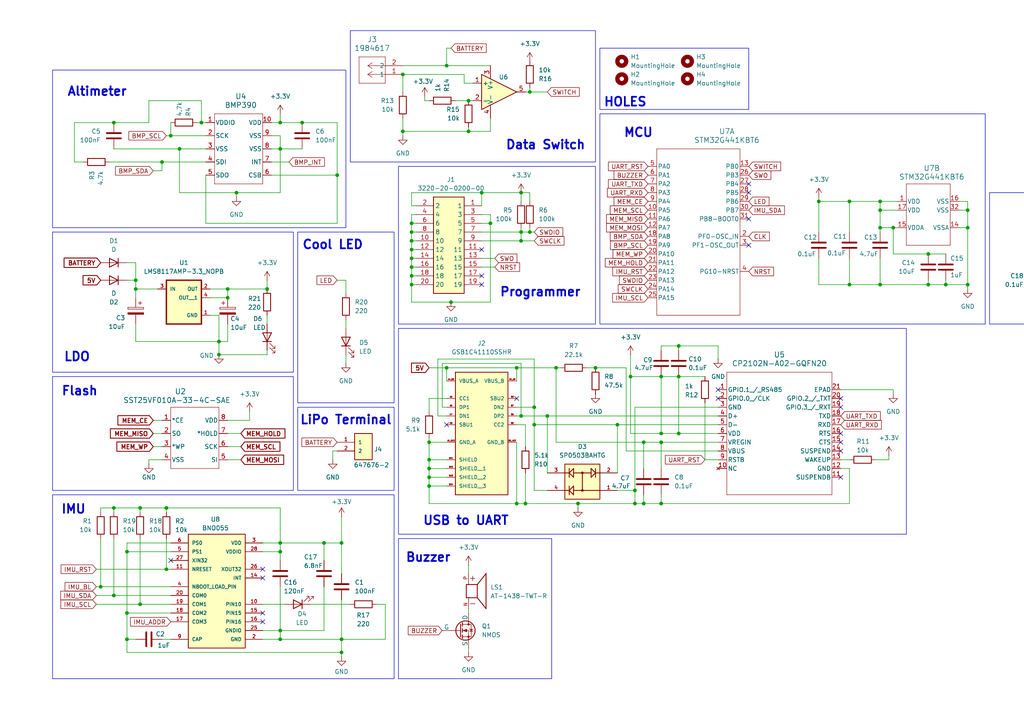
<source format=kicad_sch>
(kicad_sch (version 20250114) (generator "eeschema") (generator_version "9.0")
  (paper "A4")
  (rectangle (start 173.99 33.02) (end 285.75 93.98))
  (rectangle (start 15.24 67.31) (end 85.09 107.95))
  (rectangle (start 15.24 143.51) (end 114.3 196.85))
  (rectangle (start 101.6 8.89) (end 172.72 46.99))
  (rectangle (start 173.99 13.97) (end 217.17 31.75))
  (rectangle (start 115.57 95.25) (end 262.89 154.94))
  (rectangle (start 15.24 109.22) (end 85.09 142.24))
  (rectangle (start 287.02 55.88) (end 335.28 93.98))
  (rectangle (start 115.57 48.26) (end 172.72 93.98))
  (rectangle (start 86.36 67.31) (end 114.3 116.84))
  (rectangle (start 86.36 118.11) (end 114.3 142.24))
  (rectangle (start 115.57 156.21) (end 160.02 196.85))
  (rectangle (start 15.24 20.32) (end 100.33 66.04))
  (text "Clock\n" (at 327.406 59.69 0) (effects (font (size 2.54 2.54) (thickness 0.508) (bold yes))))
  (text "Programmer\n" (at 156.718 84.836 0) (effects (font (size 2.54 2.54) (thickness 0.508) (bold yes))))
  (text "Altimeter" (at 28.194 26.67 0) (effects (font (size 2.54 2.54) (thickness 0.508) (bold yes))))
  (text "Cool LED\n" (at 96.52 71.12 0) (effects (font (size 2.54 2.54) (thickness 0.508) (bold yes))))
  (text "Buzzer\n" (at 124.206 161.798 0) (effects (font (size 2.54 2.54) (thickness 0.508) (bold yes))))
  (text "LiPo Terminal\n" (at 100.33 121.92 0) (effects (font (size 2.54 2.54) (thickness 0.508) (bold yes))))
  (text "Flash" (at 23.114 113.538 0) (effects (font (size 2.54 2.54) (thickness 0.508) (bold yes))))
  (text "Data Switch\n" (at 158.242 42.164 0) (effects (font (size 2.54 2.54) (thickness 0.508) (bold yes))))
  (text "USB to UART\n" (at 135.128 151.13 0) (effects (font (size 2.54 2.54) (thickness 0.508) (bold yes))))
  (text "HOLES\n" (at 181.356 29.718 0) (effects (font (size 2.54 2.54) (thickness 0.508) (bold yes))))
  (text "IMU" (at 21.336 147.828 0) (effects (font (size 2.54 2.54) (thickness 0.508) (bold yes))))
  (text "MCU\n" (at 185.166 38.608 0) (effects (font (size 2.54 2.54) (thickness 0.508) (bold yes))))
  (text "LDO" (at 22.352 103.632 0) (effects (font (size 2.54 2.54) (thickness 0.508) (bold yes))))
  (junction (at 46.99 46.99))
  (junction (at 40.64 147.32))
  (junction (at 153.67 67.31))
  (junction (at 99.06 185.42))
  (junction (at 237.49 58.42))
  (junction (at 49.53 39.37))
  (junction (at 167.64 146.05))
  (junction (at 124.46 135.89))
  (junction (at 29.21 170.18))
  (junction (at 139.7 55.88))
  (junction (at 246.38 58.42))
  (junction (at 259.08 66.04))
  (junction (at 184.15 146.05))
  (junction (at 191.77 109.22))
  (junction (at 119.38 69.85))
  (junction (at 124.46 128.27))
  (junction (at 152.4 146.05))
  (junction (at 99.06 157.48))
  (junction (at 196.85 109.22))
  (junction (at 66.04 83.82))
  (junction (at 119.38 77.47))
  (junction (at 119.38 72.39))
  (junction (at 255.27 82.55))
  (junction (at 36.83 177.8))
  (junction (at 39.37 81.28))
  (junction (at 99.06 189.23))
  (junction (at 40.64 175.26))
  (junction (at 149.86 146.05))
  (junction (at 124.46 138.43))
  (junction (at 135.89 38.1))
  (junction (at 186.69 146.05))
  (junction (at 149.86 106.68))
  (junction (at 161.29 106.68))
  (junction (at 124.46 140.97))
  (junction (at 311.15 85.09))
  (junction (at 81.28 185.42))
  (junction (at 184.15 142.24))
  (junction (at 191.77 146.05))
  (junction (at 116.84 38.1))
  (junction (at 66.04 86.36))
  (junction (at 81.28 157.48))
  (junction (at 142.24 64.77))
  (junction (at 36.83 185.42))
  (junction (at 246.38 82.55))
  (junction (at 68.58 55.88))
  (junction (at 255.27 66.04))
  (junction (at 299.72 77.47))
  (junction (at 269.24 73.66))
  (junction (at 81.28 43.18))
  (junction (at 119.38 64.77))
  (junction (at 87.63 35.56))
  (junction (at 158.75 120.65))
  (junction (at 52.07 43.18))
  (junction (at 116.84 21.59))
  (junction (at 39.37 83.82))
  (junction (at 186.69 128.27))
  (junction (at 93.98 157.48))
  (junction (at 130.81 87.63))
  (junction (at 151.13 120.65))
  (junction (at 81.28 35.56))
  (junction (at 280.67 66.04))
  (junction (at 63.5 102.87))
  (junction (at 33.02 172.72))
  (junction (at 191.77 125.73))
  (junction (at 81.28 182.88))
  (junction (at 135.89 29.21))
  (junction (at 119.38 67.31))
  (junction (at 151.13 67.31))
  (junction (at 63.5 99.06))
  (junction (at 182.88 109.22))
  (junction (at 97.79 50.8))
  (junction (at 255.27 58.42))
  (junction (at 179.07 123.19))
  (junction (at 129.54 106.68))
  (junction (at 124.46 133.35))
  (junction (at 280.67 82.55))
  (junction (at 119.38 82.55))
  (junction (at 269.24 82.55))
  (junction (at 196.85 125.73))
  (junction (at 119.38 80.01))
  (junction (at 77.47 83.82))
  (junction (at 36.83 160.02))
  (junction (at 119.38 74.93))
  (junction (at 151.13 55.88))
  (junction (at 299.72 66.04))
  (junction (at 33.02 147.32))
  (junction (at 154.94 123.19))
  (junction (at 274.32 82.55))
  (junction (at 154.94 118.11))
  (junction (at 153.67 26.67))
  (junction (at 280.67 60.96))
  (junction (at 48.26 165.1))
  (junction (at 33.02 35.56))
  (junction (at 255.27 60.96))
  (junction (at 58.42 35.56))
  (junction (at 81.28 160.02))
  (junction (at 196.85 100.33))
  (junction (at 151.13 69.85))
  (junction (at 191.77 128.27))
  (junction (at 48.26 147.32))
  (junction (at 172.72 106.68))
  (junction (at 129.54 19.05))
  (no_connect (at 139.7 82.55))
  (no_connect (at 243.84 118.11))
  (no_connect (at 217.17 63.5))
  (no_connect (at 208.28 115.57))
  (no_connect (at 217.17 71.12))
  (no_connect (at 149.86 115.57))
  (no_connect (at 243.84 115.57))
  (no_connect (at 243.84 138.43))
  (no_connect (at 243.84 125.73))
  (no_connect (at 243.84 128.27))
  (no_connect (at 139.7 72.39))
  (no_connect (at 139.7 80.01))
  (no_connect (at 217.17 53.34))
  (no_connect (at 76.2 167.64))
  (no_connect (at 129.54 123.19))
  (no_connect (at 76.2 165.1))
  (no_connect (at 76.2 180.34))
  (no_connect (at 243.84 130.81))
  (no_connect (at 76.2 177.8))
  (no_connect (at 208.28 113.03))
  (no_connect (at 217.17 55.88))
  (no_connect (at 49.53 162.56))
  (wire (pts (xy 151.13 55.88) (xy 151.13 58.42)))
  (wire (pts (xy 76.2 175.26) (xy 82.55 175.26)))
  (wire (pts (xy 81.28 160.02) (xy 76.2 160.02)))
  (wire (pts (xy 119.38 67.31) (xy 119.38 69.85)))
  (wire (pts (xy 39.37 81.28) (xy 39.37 83.82)))
  (wire (pts (xy 132.08 29.21) (xy 135.89 29.21)))
  (wire (pts (xy 153.67 58.42) (xy 153.67 55.88)))
  (wire (pts (xy 68.58 57.15) (xy 68.58 55.88)))
  (wire (pts (xy 255.27 66.04) (xy 259.08 66.04)))
  (wire (pts (xy 99.06 157.48) (xy 99.06 166.37)))
  (wire (pts (xy 81.28 182.88) (xy 81.28 185.42)))
  (wire (pts (xy 128.27 118.11) (xy 128.27 105.41)))
  (wire (pts (xy 33.02 172.72) (xy 49.53 172.72)))
  (wire (pts (xy 278.13 66.04) (xy 280.67 66.04)))
  (wire (pts (xy 196.85 109.22) (xy 204.47 109.22)))
  (wire (pts (xy 182.88 109.22) (xy 191.77 109.22)))
  (wire (pts (xy 66.04 99.06) (xy 66.04 93.98)))
  (wire (pts (xy 29.21 147.32) (xy 33.02 147.32)))
  (wire (pts (xy 154.94 123.19) (xy 154.94 118.11)))
  (wire (pts (xy 124.46 146.05) (xy 149.86 146.05)))
  (wire (pts (xy 27.94 172.72) (xy 33.02 172.72)))
  (wire (pts (xy 81.28 43.18) (xy 87.63 43.18)))
  (wire (pts (xy 46.99 49.53) (xy 46.99 46.99)))
  (wire (pts (xy 60.96 83.82) (xy 66.04 83.82)))
  (wire (pts (xy 119.38 64.77) (xy 119.38 67.31)))
  (wire (pts (xy 153.67 67.31) (xy 154.94 67.31)))
  (wire (pts (xy 322.58 74.93) (xy 320.04 74.93)))
  (wire (pts (xy 29.21 148.59) (xy 29.21 147.32)))
  (wire (pts (xy 257.81 133.35) (xy 257.81 132.08)))
  (wire (pts (xy 119.38 64.77) (xy 120.65 64.77)))
  (wire (pts (xy 49.53 157.48) (xy 36.83 157.48)))
  (wire (pts (xy 161.29 128.27) (xy 186.69 128.27)))
  (wire (pts (xy 66.04 125.73) (xy 69.85 125.73)))
  (wire (pts (xy 124.46 135.89) (xy 129.54 135.89)))
  (wire (pts (xy 116.84 21.59) (xy 116.84 26.67)))
  (wire (pts (xy 243.84 133.35) (xy 246.38 133.35)))
  (wire (pts (xy 280.67 82.55) (xy 280.67 83.82)))
  (wire (pts (xy 158.75 120.65) (xy 208.28 120.65)))
  (wire (pts (xy 119.38 87.63) (xy 130.81 87.63)))
  (wire (pts (xy 280.67 66.04) (xy 280.67 82.55)))
  (wire (pts (xy 119.38 80.01) (xy 120.65 80.01)))
  (wire (pts (xy 40.64 147.32) (xy 40.64 148.59)))
  (wire (pts (xy 269.24 82.55) (xy 274.32 82.55)))
  (wire (pts (xy 99.06 185.42) (xy 99.06 189.23)))
  (wire (pts (xy 93.98 170.18) (xy 93.98 182.88)))
  (wire (pts (xy 184.15 142.24) (xy 184.15 146.05)))
  (wire (pts (xy 66.04 121.92) (xy 72.39 121.92)))
  (wire (pts (xy 124.46 133.35) (xy 129.54 133.35)))
  (wire (pts (xy 129.54 19.05) (xy 129.54 13.97)))
  (wire (pts (xy 49.53 35.56) (xy 49.53 39.37)))
  (wire (pts (xy 139.7 67.31) (xy 151.13 67.31)))
  (wire (pts (xy 124.46 127) (xy 124.46 128.27)))
  (wire (pts (xy 81.28 157.48) (xy 81.28 160.02)))
  (wire (pts (xy 119.38 69.85) (xy 120.65 69.85)))
  (wire (pts (xy 60.96 91.44) (xy 63.5 91.44)))
  (wire (pts (xy 40.64 175.26) (xy 49.53 175.26)))
  (wire (pts (xy 81.28 162.56) (xy 81.28 160.02)))
  (wire (pts (xy 48.26 165.1) (xy 49.53 165.1)))
  (wire (pts (xy 237.49 58.42) (xy 237.49 67.31)))
  (wire (pts (xy 134.62 24.13) (xy 137.16 24.13)))
  (wire (pts (xy 278.13 60.96) (xy 280.67 60.96)))
  (wire (pts (xy 259.08 66.04) (xy 260.35 66.04)))
  (wire (pts (xy 149.86 118.11) (xy 154.94 118.11)))
  (wire (pts (xy 116.84 19.05) (xy 129.54 19.05)))
  (wire (pts (xy 158.75 142.24) (xy 154.94 142.24)))
  (wire (pts (xy 119.38 72.39) (xy 120.65 72.39)))
  (wire (pts (xy 27.94 165.1) (xy 48.26 165.1)))
  (wire (pts (xy 52.07 55.88) (xy 68.58 55.88)))
  (wire (pts (xy 76.2 182.88) (xy 81.28 182.88)))
  (wire (pts (xy 134.62 21.59) (xy 116.84 21.59)))
  (wire (pts (xy 99.06 190.5) (xy 99.06 189.23)))
  (wire (pts (xy 63.5 91.44) (xy 63.5 99.06)))
  (wire (pts (xy 52.07 43.18) (xy 59.69 43.18)))
  (wire (pts (xy 139.7 69.85) (xy 151.13 69.85)))
  (wire (pts (xy 151.13 120.65) (xy 149.86 120.65)))
  (wire (pts (xy 40.64 147.32) (xy 48.26 147.32)))
  (wire (pts (xy 39.37 83.82) (xy 45.72 83.82)))
  (wire (pts (xy 27.94 175.26) (xy 40.64 175.26)))
  (wire (pts (xy 135.89 38.1) (xy 142.24 38.1)))
  (wire (pts (xy 142.24 62.23) (xy 142.24 64.77)))
  (wire (pts (xy 299.72 77.47) (xy 302.26 77.47)))
  (wire (pts (xy 149.86 106.68) (xy 149.86 110.49)))
  (wire (pts (xy 161.29 106.68) (xy 161.29 128.27)))
  (wire (pts (xy 99.06 173.99) (xy 99.06 185.42)))
  (wire (pts (xy 81.28 157.48) (xy 93.98 157.48)))
  (wire (pts (xy 127 120.65) (xy 129.54 120.65)))
  (wire (pts (xy 81.28 35.56) (xy 81.28 33.02)))
  (wire (pts (xy 172.72 106.68) (xy 181.61 106.68)))
  (wire (pts (xy 63.5 102.87) (xy 63.5 99.06)))
  (wire (pts (xy 135.89 187.96) (xy 135.89 189.23)))
  (wire (pts (xy 129.54 106.68) (xy 149.86 106.68)))
  (wire (pts (xy 152.4 123.19) (xy 152.4 129.54)))
  (wire (pts (xy 100.33 102.87) (xy 100.33 105.41)))
  (wire (pts (xy 48.26 39.37) (xy 49.53 39.37)))
  (wire (pts (xy 139.7 62.23) (xy 142.24 62.23)))
  (wire (pts (xy 255.27 58.42) (xy 260.35 58.42)))
  (wire (pts (xy 33.02 147.32) (xy 40.64 147.32)))
  (wire (pts (xy 48.26 147.32) (xy 48.26 148.59)))
  (wire (pts (xy 204.47 133.35) (xy 208.28 133.35)))
  (wire (pts (xy 68.58 55.88) (xy 81.28 55.88)))
  (wire (pts (xy 81.28 185.42) (xy 99.06 185.42)))
  (wire (pts (xy 191.77 109.22) (xy 191.77 125.73)))
  (wire (pts (xy 135.89 163.83) (xy 135.89 166.37)))
  (wire (pts (xy 36.83 177.8) (xy 49.53 177.8)))
  (wire (pts (xy 237.49 58.42) (xy 246.38 58.42)))
  (wire (pts (xy 154.94 104.14) (xy 154.94 118.11)))
  (wire (pts (xy 184.15 118.11) (xy 208.28 118.11)))
  (wire (pts (xy 135.89 29.21) (xy 137.16 29.21)))
  (wire (pts (xy 181.61 130.81) (xy 208.28 130.81)))
  (wire (pts (xy 299.72 66.04) (xy 299.72 77.47)))
  (wire (pts (xy 59.69 64.77) (xy 97.79 64.77)))
  (wire (pts (xy 100.33 81.28) (xy 100.33 85.09)))
  (wire (pts (xy 119.38 59.69) (xy 119.38 55.88)))
  (wire (pts (xy 119.38 74.93) (xy 119.38 77.47)))
  (wire (pts (xy 139.7 74.93) (xy 143.51 74.93)))
  (wire (pts (xy 191.77 125.73) (xy 196.85 125.73)))
  (wire (pts (xy 119.38 62.23) (xy 119.38 64.77)))
  (wire (pts (xy 81.28 39.37) (xy 78.74 39.37)))
  (wire (pts (xy 204.47 116.84) (xy 204.47 133.35)))
  (wire (pts (xy 196.85 125.73) (xy 208.28 125.73)))
  (wire (pts (xy 129.54 118.11) (xy 128.27 118.11)))
  (wire (pts (xy 254 133.35) (xy 257.81 133.35)))
  (wire (pts (xy 142.24 64.77) (xy 139.7 64.77)))
  (wire (pts (xy 100.33 92.71) (xy 100.33 95.25)))
  (wire (pts (xy 269.24 73.66) (xy 259.08 73.66)))
  (wire (pts (xy 186.69 128.27) (xy 186.69 135.89)))
  (wire (pts (xy 97.79 64.77) (xy 97.79 50.8)))
  (wire (pts (xy 153.67 26.67) (xy 158.75 26.67)))
  (wire (pts (xy 119.38 69.85) (xy 119.38 72.39)))
  (wire (pts (xy 129.54 110.49) (xy 129.54 106.68)))
  (wire (pts (xy 135.89 36.83) (xy 135.89 38.1)))
  (wire (pts (xy 129.54 13.97) (xy 130.81 13.97)))
  (wire (pts (xy 167.64 146.05) (xy 167.64 147.32)))
  (wire (pts (xy 158.75 120.65) (xy 158.75 137.16)))
  (wire (pts (xy 208.28 100.33) (xy 208.28 104.14)))
  (wire (pts (xy 116.84 38.1) (xy 135.89 38.1)))
  (wire (pts (xy 96.52 130.81) (xy 97.79 130.81)))
  (wire (pts (xy 24.13 46.99) (xy 21.59 46.99)))
  (wire (pts (xy 135.89 177.8) (xy 135.89 176.53)))
  (wire (pts (xy 237.49 57.15) (xy 237.49 58.42)))
  (wire (pts (xy 179.07 123.19) (xy 208.28 123.19)))
  (wire (pts (xy 83.82 46.99) (xy 78.74 46.99)))
  (wire (pts (xy 274.32 82.55) (xy 280.67 82.55)))
  (wire (pts (xy 255.27 60.96) (xy 255.27 66.04)))
  (wire (pts (xy 81.28 35.56) (xy 87.63 35.56)))
  (wire (pts (xy 81.28 39.37) (xy 81.28 43.18)))
  (wire (pts (xy 255.27 58.42) (xy 255.27 60.96)))
  (wire (pts (xy 78.74 50.8) (xy 97.79 50.8)))
  (wire (pts (xy 49.53 39.37) (xy 59.69 39.37)))
  (wire (pts (xy 151.13 69.85) (xy 154.94 69.85)))
  (wire (pts (xy 77.47 83.82) (xy 66.04 83.82)))
  (wire (pts (xy 186.69 146.05) (xy 191.77 146.05)))
  (wire (pts (xy 97.79 50.8) (xy 97.79 35.56)))
  (wire (pts (xy 81.28 147.32) (xy 81.28 157.48)))
  (wire (pts (xy 44.45 125.73) (xy 46.99 125.73)))
  (wire (pts (xy 31.75 46.99) (xy 46.99 46.99)))
  (wire (pts (xy 149.86 146.05) (xy 152.4 146.05)))
  (wire (pts (xy 39.37 99.06) (xy 39.37 93.98)))
  (wire (pts (xy 39.37 76.2) (xy 39.37 81.28)))
  (wire (pts (xy 322.58 66.04) (xy 322.58 74.93)))
  (wire (pts (xy 182.88 109.22) (xy 182.88 125.73)))
  (wire (pts (xy 274.32 73.66) (xy 269.24 73.66)))
  (wire (pts (xy 36.83 189.23) (xy 99.06 189.23)))
  (wire (pts (xy 130.81 87.63) (xy 142.24 87.63)))
  (wire (pts (xy 99.06 149.86) (xy 99.06 157.48)))
  (wire (pts (xy 119.38 67.31) (xy 120.65 67.31)))
  (wire (pts (xy 139.7 55.88) (xy 151.13 55.88)))
  (wire (pts (xy 60.96 86.36) (xy 66.04 86.36)))
  (wire (pts (xy 21.59 35.56) (xy 33.02 35.56)))
  (wire (pts (xy 153.67 66.04) (xy 153.67 67.31)))
  (wire (pts (xy 124.46 140.97) (xy 124.46 146.05)))
  (wire (pts (xy 255.27 82.55) (xy 269.24 82.55)))
  (wire (pts (xy 184.15 118.11) (xy 184.15 142.24)))
  (wire (pts (xy 149.86 123.19) (xy 152.4 123.19)))
  (wire (pts (xy 152.4 26.67) (xy 153.67 26.67)))
  (wire (pts (xy 153.67 25.4) (xy 153.67 26.67)))
  (wire (pts (xy 97.79 81.28) (xy 100.33 81.28)))
  (wire (pts (xy 129.54 19.05) (xy 142.24 19.05)))
  (wire (pts (xy 246.38 82.55) (xy 255.27 82.55)))
  (wire (pts (xy 191.77 143.51) (xy 191.77 146.05)))
  (wire (pts (xy 186.69 143.51) (xy 186.69 146.05)))
  (wire (pts (xy 119.38 59.69) (xy 120.65 59.69)))
  (wire (pts (xy 66.04 86.36) (xy 66.04 83.82)))
  (wire (pts (xy 246.38 74.93) (xy 246.38 82.55)))
  (wire (pts (xy 43.18 35.56) (xy 33.02 35.56)))
  (wire (pts (xy 46.99 185.42) (xy 49.53 185.42)))
  (wire (pts (xy 36.83 185.42) (xy 36.83 189.23)))
  (wire (pts (xy 151.13 55.88) (xy 153.67 55.88)))
  (wire (pts (xy 78.74 35.56) (xy 81.28 35.56)))
  (wire (pts (xy 66.04 133.35) (xy 69.85 133.35)))
  (wire (pts (xy 66.04 129.54) (xy 69.85 129.54)))
  (wire (pts (xy 36.83 81.28) (xy 39.37 81.28)))
  (wire (pts (xy 184.15 146.05) (xy 186.69 146.05)))
  (wire (pts (xy 81.28 182.88) (xy 81.28 170.18)))
  (wire (pts (xy 182.88 125.73) (xy 191.77 125.73)))
  (wire (pts (xy 255.27 74.93) (xy 255.27 82.55)))
  (wire (pts (xy 311.15 83.82) (xy 311.15 85.09)))
  (wire (pts (xy 63.5 99.06) (xy 66.04 99.06)))
  (wire (pts (xy 72.39 121.92) (xy 72.39 119.38)))
  (wire (pts (xy 154.94 123.19) (xy 179.07 123.19)))
  (wire (pts (xy 116.84 38.1) (xy 116.84 39.37)))
  (wire (pts (xy 167.64 146.05) (xy 184.15 146.05)))
  (wire (pts (xy 33.02 156.21) (xy 33.02 172.72)))
  (wire (pts (xy 124.46 106.68) (xy 129.54 106.68)))
  (wire (pts (xy 182.88 102.87) (xy 182.88 109.22)))
  (wire (pts (xy 255.27 66.04) (xy 255.27 67.31)))
  (wire (pts (xy 33.02 43.18) (xy 52.07 43.18)))
  (wire (pts (xy 59.69 50.8) (xy 59.69 64.77)))
  (wire (pts (xy 43.18 29.21) (xy 43.18 35.56)))
  (wire (pts (xy 269.24 81.28) (xy 269.24 82.55)))
  (wire (pts (xy 29.21 156.21) (xy 29.21 170.18)))
  (wire (pts (xy 124.46 133.35) (xy 124.46 135.89)))
  (wire (pts (xy 179.07 123.19) (xy 179.07 137.16)))
  (wire (pts (xy 191.77 128.27) (xy 191.77 135.89)))
  (wire (pts (xy 39.37 99.06) (xy 63.5 99.06)))
  (wire (pts (xy 151.13 105.41) (xy 151.13 120.65)))
  (wire (pts (xy 149.86 106.68) (xy 161.29 106.68)))
  (wire (pts (xy 44.45 49.53) (xy 46.99 49.53)))
  (wire (pts (xy 40.64 156.21) (xy 40.64 175.26)))
  (wire (pts (xy 142.24 87.63) (xy 142.24 64.77)))
  (wire (pts (xy 259.08 73.66) (xy 259.08 66.04)))
  (wire (pts (xy 161.29 106.68) (xy 162.56 106.68)))
  (wire (pts (xy 99.06 185.42) (xy 111.76 185.42)))
  (wire (pts (xy 191.77 100.33) (xy 196.85 100.33)))
  (wire (pts (xy 81.28 55.88) (xy 81.28 43.18)))
  (wire (pts (xy 63.5 102.87) (xy 77.47 102.87)))
  (wire (pts (xy 246.38 58.42) (xy 246.38 67.31)))
  (wire (pts (xy 191.77 109.22) (xy 196.85 109.22)))
  (wire (pts (xy 274.32 81.28) (xy 274.32 82.55)))
  (wire (pts (xy 119.38 62.23) (xy 120.65 62.23)))
  (wire (pts (xy 128.27 105.41) (xy 151.13 105.41)))
  (wire (pts (xy 93.98 182.88) (xy 81.28 182.88)))
  (wire (pts (xy 246.38 58.42) (xy 255.27 58.42)))
  (wire (pts (xy 123.19 27.94) (xy 123.19 29.21)))
  (wire (pts (xy 77.47 102.87) (xy 77.47 101.6)))
  (wire (pts (xy 152.4 137.16) (xy 152.4 146.05)))
  (wire (pts (xy 237.49 74.93) (xy 237.49 82.55)))
  (wire (pts (xy 255.27 60.96) (xy 260.35 60.96)))
  (wire (pts (xy 44.45 129.54) (xy 46.99 129.54)))
  (wire (pts (xy 154.94 123.19) (xy 154.94 142.24)))
  (wire (pts (xy 196.85 109.22) (xy 196.85 125.73)))
  (wire (pts (xy 58.42 35.56) (xy 59.69 35.56)))
  (wire (pts (xy 129.54 115.57) (xy 124.46 115.57)))
  (wire (pts (xy 46.99 46.99) (xy 59.69 46.99)))
  (wire (pts (xy 139.7 55.88) (xy 139.7 59.69)))
  (wire (pts (xy 93.98 157.48) (xy 93.98 162.56)))
  (wire (pts (xy 259.08 113.03) (xy 259.08 114.3)))
  (wire (pts (xy 170.18 106.68) (xy 172.72 106.68)))
  (wire (pts (xy 278.13 58.42) (xy 280.67 58.42)))
  (wire (pts (xy 196.85 100.33) (xy 196.85 101.6)))
  (wire (pts (xy 237.49 82.55) (xy 246.38 82.55)))
  (wire (pts (xy 119.38 74.93) (xy 120.65 74.93)))
  (wire (pts (xy 124.46 128.27) (xy 124.46 133.35)))
  (wire (pts (xy 299.72 85.09) (xy 311.15 85.09)))
  (wire (pts (xy 152.4 146.05) (xy 167.64 146.05)))
  (wire (pts (xy 44.45 121.92) (xy 46.99 121.92)))
  (wire (pts (xy 191.77 146.05) (xy 246.38 146.05)))
  (wire (pts (xy 58.42 35.56) (xy 58.42 29.21)))
  (wire (pts (xy 52.07 43.18) (xy 52.07 55.88)))
  (wire (pts (xy 151.13 67.31) (xy 151.13 69.85)))
  (wire (pts (xy 48.26 147.32) (xy 81.28 147.32)))
  (wire (pts (xy 246.38 135.89) (xy 243.84 135.89)))
  (wire (pts (xy 77.47 81.28) (xy 77.47 83.82)))
  (wire (pts (xy 127 104.14) (xy 127 120.65)))
  (wire (pts (xy 196.85 100.33) (xy 208.28 100.33)))
  (wire (pts (xy 116.84 34.29) (xy 116.84 38.1)))
  (wire (pts (xy 111.76 185.42) (xy 111.76 175.26)))
  (wire (pts (xy 246.38 146.05) (xy 246.38 135.89)))
  (wire (pts (xy 36.83 177.8) (xy 36.83 185.42)))
  (wire (pts (xy 181.61 106.68) (xy 181.61 130.81)))
  (wire (pts (xy 151.13 120.65) (xy 158.75 120.65)))
  (wire (pts (xy 119.38 82.55) (xy 119.38 87.63)))
  (wire (pts (xy 36.83 160.02) (xy 49.53 160.02)))
  (wire (pts (xy 33.02 147.32) (xy 33.02 148.59)))
  (wire (pts (xy 77.47 91.44) (xy 77.47 93.98)))
  (wire (pts (xy 149.86 128.27) (xy 149.86 146.05)))
  (wire (pts (xy 153.67 67.31) (xy 151.13 67.31)))
  (wire (pts (xy 124.46 138.43) (xy 129.54 138.43)))
  (wire (pts (xy 90.17 175.26) (xy 101.6 175.26)))
  (wire (pts (xy 119.38 82.55) (xy 120.65 82.55)))
  (wire (pts (xy 36.83 157.48) (xy 36.83 160.02)))
  (wire (pts (xy 186.69 128.27) (xy 191.77 128.27)))
  (wire (pts (xy 311.15 85.09) (xy 311.15 86.36)))
  (wire (pts (xy 78.74 43.18) (xy 81.28 43.18)))
  (wire (pts (xy 76.2 157.48) (xy 81.28 157.48)))
  (wire (pts (xy 36.83 185.42) (xy 39.37 185.42)))
  (wire (pts (xy 124.46 128.27) (xy 129.54 128.27)))
  (wire (pts (xy 36.83 76.2) (xy 39.37 76.2)))
  (wire (pts (xy 280.67 58.42) (xy 280.67 60.96)))
  (wire (pts (xy 299.72 66.04) (xy 322.58 66.04)))
  (wire (pts (xy 97.79 35.56) (xy 87.63 35.56)))
  (wire (pts (xy 111.76 175.26) (xy 109.22 175.26)))
  (wire (pts (xy 243.84 113.03) (xy 259.08 113.03)))
  (wire (pts (xy 39.37 83.82) (xy 39.37 86.36)))
  (wire (pts (xy 119.38 77.47) (xy 119.38 80.01)))
  (wire (pts (xy 29.21 170.18) (xy 49.53 170.18)))
  (wire (pts (xy 43.18 133.35) (xy 46.99 133.35)))
  (wire (pts (xy 96.52 133.35) (xy 96.52 130.81)))
  (wire (pts (xy 124.46 138.43) (xy 124.46 140.97)))
  (wire (pts (xy 123.19 29.21) (xy 124.46 29.21)))
  (wire (pts (xy 119.38 77.47) (xy 120.65 77.47)))
  (wire (pts (xy 124.46 140.97) (xy 129.54 140.97)))
  (wire (pts (xy 93.98 157.48) (xy 99.06 157.48)))
  (wire (pts (xy 119.38 80.01) (xy 119.38 82.55)))
  (wire (pts (xy 179.07 142.24) (xy 184.15 142.24)))
  (wire (pts (xy 280.67 60.96) (xy 280.67 66.04)))
  (wire (pts (xy 27.94 170.18) (xy 29.21 170.18)))
  (wire (pts (xy 48.26 156.21) (xy 48.26 165.1)))
  (wire (pts (xy 191.77 100.33) (xy 191.77 101.6)))
  (wire (pts (xy 124.46 135.89) (xy 124.46 138.43)))
  (wire (pts (xy 139.7 77.47) (xy 143.51 77.47)))
  (wire (pts (xy 76.2 185.42) (xy 81.28 185.42)))
  (wire (pts (xy 36.83 160.02) (xy 36.83 177.8)))
  (wire (pts (xy 154.94 104.14) (xy 127 104.14)))
  (wire (pts (xy 124.46 115.57) (xy 124.46 119.38)))
  (wire (pts (xy 58.42 29.21) (xy 43.18 29.21)))
  (wire (pts (xy 43.18 134.62) (xy 43.18 133.35)))
  (wire (pts (xy 151.13 66.04) (xy 151.13 67.31)))
  (wire (pts (xy 134.62 24.13) (xy 134.62 21.59)))
  (wire (pts (xy 119.38 72.39) (xy 119.38 74.93)))
  (wire (pts (xy 191.77 128.27) (xy 208.28 128.27)))
  (wire (pts (xy 119.38 55.88) (xy 139.7 55.88)))
  (wire (pts (xy 21.59 46.99) (xy 21.59 35.56)))
  (wire (pts (xy 57.15 35.56) (xy 58.42 35.56)))
  (wire (pts (xy 142.24 38.1) (xy 142.24 34.29)))
  (global_label "UART_RXD" (shape input) (at 187.96 55.88 180) (property "Intersheetrefs" "${INTERSHEET_REFS}" (effects (hide yes))))
  (global_label "BATTERY" (shape input) (at 97.79 128.27 180) (property "Intersheetrefs" "${INTERSHEET_REFS}" (effects (hide yes))))
  (global_label "BUZZER" (shape input) (at 187.96 50.8 180) (property "Intersheetrefs" "${INTERSHEET_REFS}" (effects (hide yes))))
  (global_label "MEM_MOSI" (shape input) (at 69.85 133.35 0) (effects (font (thickness 0.254) (bold yes))) (property "Intersheetrefs" "${INTERSHEET_REFS}" (effects (hide yes))))
  (global_label "SWITCH" (shape input) (at 217.17 48.26 0) (property "Intersheetrefs" "${INTERSHEET_REFS}" (effects (hide yes))))
  (global_label "UART_RST" (shape input) (at 187.96 48.26 180) (property "Intersheetrefs" "${INTERSHEET_REFS}" (effects (hide yes))))
  (global_label "IMU_SCL" (shape input) (at 187.96 86.36 180) (property "Intersheetrefs" "${INTERSHEET_REFS}" (effects (hide yes))))
  (global_label "IMU_BL" (shape input) (at 27.94 170.18 180) (property "Intersheetrefs" "${INTERSHEET_REFS}" (effects (hide yes))))
  (global_label "MEM_WP" (shape input) (at 44.45 129.54 180) (effects (font (thickness 0.254) (bold yes))) (property "Intersheetrefs" "${INTERSHEET_REFS}" (effects (hide yes))))
  (global_label "MEM_WP" (shape input) (at 187.96 73.66 180) (effects (font (thickness 0.1588))) (property "Intersheetrefs" "${INTERSHEET_REFS}" (effects (hide yes))))
  (global_label "SWO" (shape input) (at 217.17 50.8 0) (property "Intersheetrefs" "${INTERSHEET_REFS}" (effects (hide yes))))
  (global_label "UART_RXD" (shape input) (at 243.84 123.19 0) (property "Intersheetrefs" "${INTERSHEET_REFS}" (effects (hide yes))))
  (global_label "SWITCH" (shape input) (at 158.75 26.67 0) (property "Intersheetrefs" "${INTERSHEET_REFS}" (effects (hide yes))))
  (global_label "MEM_MISO" (shape input) (at 187.96 63.5 180) (effects (font (thickness 0.1588))) (property "Intersheetrefs" "${INTERSHEET_REFS}" (effects (hide yes))))
  (global_label "SWDIO" (shape input) (at 154.94 67.31 0) (property "Intersheetrefs" "${INTERSHEET_REFS}" (effects (hide yes))))
  (global_label "MEM_MISO" (shape input) (at 44.45 125.73 180) (effects (font (thickness 0.254) (bold yes))) (property "Intersheetrefs" "${INTERSHEET_REFS}" (effects (hide yes))))
  (global_label "MEM_CE" (shape input) (at 44.45 121.92 180) (effects (font (thickness 0.254) (bold yes))) (property "Intersheetrefs" "${INTERSHEET_REFS}" (effects (hide yes))))
  (global_label "BMP_SDA" (shape input) (at 44.45 49.53 180) (property "Intersheetrefs" "${INTERSHEET_REFS}" (effects (hide yes))))
  (global_label "5V" (shape input) (at 29.21 81.28 180) (effects (font (thickness 0.254) (bold yes))) (property "Intersheetrefs" "${INTERSHEET_REFS}" (effects (hide yes))))
  (global_label "BUZZER" (shape input) (at 128.27 182.88 180) (property "Intersheetrefs" "${INTERSHEET_REFS}" (effects (hide yes))))
  (global_label "SWO" (shape input) (at 143.51 74.93 0) (property "Intersheetrefs" "${INTERSHEET_REFS}" (effects (hide yes))))
  (global_label "MEM_SCL" (shape input) (at 187.96 60.96 180) (effects (font (thickness 0.1588))) (property "Intersheetrefs" "${INTERSHEET_REFS}" (effects (hide yes))))
  (global_label "MEM_CE" (shape input) (at 187.96 58.42 180) (effects (font (thickness 0.1588))) (property "Intersheetrefs" "${INTERSHEET_REFS}" (effects (hide yes))))
  (global_label "MEM_HOLD" (shape input) (at 187.96 76.2 180) (effects (font (thickness 0.1588))) (property "Intersheetrefs" "${INTERSHEET_REFS}" (effects (hide yes))))
  (global_label "IMU_SCL" (shape input) (at 27.94 175.26 180) (property "Intersheetrefs" "${INTERSHEET_REFS}" (effects (hide yes))))
  (global_label "BATTERY" (shape input) (at 130.81 13.97 0) (property "Intersheetrefs" "${INTERSHEET_REFS}" (effects (hide yes))))
  (global_label "IMU_ADDR" (shape input) (at 49.53 180.34 180) (property "Intersheetrefs" "${INTERSHEET_REFS}" (effects (hide yes))))
  (global_label "IMU_RST" (shape input) (at 187.96 78.74 180) (property "Intersheetrefs" "${INTERSHEET_REFS}" (effects (hide yes))))
  (global_label "NRST" (shape input) (at 143.51 77.47 0) (property "Intersheetrefs" "${INTERSHEET_REFS}" (effects (hide yes))))
  (global_label "UART_RST" (shape input) (at 204.47 133.35 180) (property "Intersheetrefs" "${INTERSHEET_REFS}" (effects (hide yes))))
  (global_label "BMP_SCL" (shape input) (at 48.26 39.37 180) (property "Intersheetrefs" "${INTERSHEET_REFS}" (effects (hide yes))))
  (global_label "UART_TXD" (shape input) (at 187.96 53.34 180) (property "Intersheetrefs" "${INTERSHEET_REFS}" (effects (hide yes))))
  (global_label "SWCLK" (shape input) (at 154.94 69.85 0) (property "Intersheetrefs" "${INTERSHEET_REFS}" (effects (hide yes))))
  (global_label "SWDIO" (shape input) (at 187.96 81.28 180) (property "Intersheetrefs" "${INTERSHEET_REFS}" (effects (hide yes))))
  (global_label "MEM_SCL" (shape input) (at 69.85 129.54 0) (effects (font (thickness 0.254) (bold yes))) (property "Intersheetrefs" "${INTERSHEET_REFS}" (effects (hide yes))))
  (global_label "UART_TXD" (shape input) (at 243.84 120.65 0) (property "Intersheetrefs" "${INTERSHEET_REFS}" (effects (hide yes))))
  (global_label "CLK" (shape input) (at 320.04 77.47 0) (property "Intersheetrefs" "${INTERSHEET_REFS}" (effects (hide yes))))
  (global_label "IMU_SDA" (shape input) (at 27.94 172.72 180) (property "Intersheetrefs" "${INTERSHEET_REFS}" (effects (hide yes))))
  (global_label "CLK" (shape input) (at 217.17 68.58 0) (property "Intersheetrefs" "${INTERSHEET_REFS}" (effects (hide yes))))
  (global_label "BATTERY" (shape input) (at 29.21 76.2 180) (effects (font (thickness 0.254) (bold yes))) (property "Intersheetrefs" "${INTERSHEET_REFS}" (effects (hide yes))))
  (global_label "5V" (shape input) (at 124.46 106.68 180) (effects (font (thickness 0.254) (bold yes))) (property "Intersheetrefs" "${INTERSHEET_REFS}" (effects (hide yes))))
  (global_label "BMP_SDA" (shape input) (at 187.96 68.58 180) (property "Intersheetrefs" "${INTERSHEET_REFS}" (effects (hide yes))))
  (global_label "NRST" (shape input) (at 217.17 78.74 0) (property "Intersheetrefs" "${INTERSHEET_REFS}" (effects (hide yes))))
  (global_label "IMU_SDA" (shape input) (at 217.17 60.96 0) (property "Intersheetrefs" "${INTERSHEET_REFS}" (effects (hide yes))))
  (global_label "LED" (shape input) (at 217.17 58.42 0) (property "Intersheetrefs" "${INTERSHEET_REFS}" (effects (hide yes))))
  (global_label "MEM_HOLD" (shape input) (at 69.85 125.73 0) (effects (font (thickness 0.254) (bold yes))) (property "Intersheetrefs" "${INTERSHEET_REFS}" (effects (hide yes))))
  (global_label "IMU_RST" (shape input) (at 27.94 165.1 180) (property "Intersheetrefs" "${INTERSHEET_REFS}" (effects (hide yes))))
  (global_label "SWCLK" (shape input) (at 187.96 83.82 180) (property "Intersheetrefs" "${INTERSHEET_REFS}" (effects (hide yes))))
  (global_label "MEM_MOSI" (shape input) (at 187.96 66.04 180) (effects (font (thickness 0.1588))) (property "Intersheetrefs" "${INTERSHEET_REFS}" (effects (hide yes))))
  (global_label "LED" (shape input) (at 97.79 81.28 180) (property "Intersheetrefs" "${INTERSHEET_REFS}" (effects (hide yes))))
  (global_label "BMP_INT" (shape input) (at 83.82 46.99 0) (property "Intersheetrefs" "${INTERSHEET_REFS}" (effects (hide yes))))
  (global_label "BMP_SCL" (shape input) (at 187.96 71.12 180) (property "Intersheetrefs" "${INTERSHEET_REFS}" (effects (hide yes))))
  (symbol (lib_id "power:GND") (at 116.84 39.37 0) (unit 1)
    (property "Reference" "#PWR021" (effects (hide yes)))
    (property "Value" "GND" (at 116.84 44.45 0))
    (property "Description" "Power symbol creates a global label with name \"GND\" , ground" (effects (hide yes)))
  )
  (symbol (lib_id "Device:D") (at 33.02 81.28 0) (mirror y) (unit 1)
    (property "Reference" "D2" (at 33.02 87.63 0))
    (property "Value" "D" (at 33.02 85.09 0))
    (property "Footprint" "Diode_SMD:D_0603_1608Metric" (effects (hide yes)))
    (property "Description" "Diode" (effects (hide yes)))
    (property "Sim.Device" "D" (effects (hide yes)))
    (property "Sim.Pins" "1=K 2=A" (effects (hide yes)))
  )
  (symbol (lib_id "Device:R") (at 250.19 133.35 90) (mirror x) (unit 1)
    (property "Reference" "R11" (at 248.412 128.016 90) (effects (justify right)))
    (property "Value" "10k" (at 248.412 130.556 90) (effects (justify right)))
    (property "Footprint" "Resistor_SMD:R_0603_1608Metric" (effects (hide yes)))
    (property "Description" "Resistor" (effects (hide yes)))
  )
  (symbol (lib_id "Device:R") (at 116.84 30.48 0) (unit 1)
    (property "Reference" "R13" (at 114.3 29.2099 0) (effects (justify right)))
    (property "Value" "10k" (at 114.3 31.7499 0) (effects (justify right)))
    (property "Footprint" "Resistor_SMD:R_0603_1608Metric" (effects (hide yes)))
    (property "Description" "Resistor" (effects (hide yes)))
  )
  (symbol (lib_id "Mechanical:MountingHole") (at 199.39 17.78 0) (unit 1) (in_bom no)
    (property "Reference" "H3" (at 201.93 16.5099 0) (effects (justify left)))
    (property "Value" "MountingHole" (at 201.93 19.0499 0) (effects (justify left)))
    (property "Footprint" "MountingHole:MountingHole_2.2mm_M2" (effects (hide yes)))
    (property "Description" "Mounting Hole without connection" (effects (hide yes)))
  )
  (symbol (lib_id "Device:C") (at 191.77 139.7 0) (unit 1)
    (property "Reference" "C8" (at 195.58 138.4299 0) (effects (justify left)))
    (property "Value" "0.1uF" (at 195.58 140.9699 0) (effects (justify left)))
    (property "Footprint" "Capacitor_SMD:C_0603_1608Metric" (effects (hide yes)))
    (property "Description" "Unpolarized capacitor" (effects (hide yes)))
  )
  (symbol (lib_id "power:+3.3V") (at 153.67 17.78 0) (unit 1)
    (property "Reference" "#PWR023" (effects (hide yes)))
    (property "Value" "+3.3V" (at 153.67 12.7 0))
    (property "Description" "Power symbol creates a global label with name \"+3.3V\"" (effects (hide yes)))
  )
  (symbol (lib_id "Device:R") (at 27.94 46.99 90) (mirror x) (unit 1)
    (property "Reference" "R3" (at 26.6699 49.53 0) (effects (justify left)))
    (property "Value" "4.7k" (at 29.2099 49.53 0) (effects (justify left)))
    (property "Footprint" "Resistor_SMD:R_0603_1608Metric" (effects (hide yes)))
    (property "Description" "Resistor" (effects (hide yes)))
  )
  (symbol (lib_id "power:GND") (at 259.08 114.3 0) (unit 1)
    (property "Reference" "#PWR020" (effects (hide yes)))
    (property "Value" "GND" (at 259.08 119.38 0))
    (property "Description" "Power symbol creates a global label with name \"GND\" , ground" (effects (hide yes)))
  )
  (symbol (lib_id "Device:C") (at 269.24 77.47 0) (unit 1)
    (property "Reference" "C14" (at 265.43 76.1999 0) (effects (justify right)))
    (property "Value" "10uF" (at 265.43 78.7399 0) (effects (justify right)))
    (property "Footprint" "Capacitor_SMD:C_0603_1608Metric" (effects (hide yes)))
    (property "Description" "Unpolarized capacitor" (effects (hide yes)))
  )
  (symbol (lib_id "Device:C") (at 191.77 105.41 0) (mirror y) (unit 1)
    (property "Reference" "C9" (at 189.23 104.3941 0) (effects (justify left)))
    (property "Value" "4.7uF" (at 189.484 106.68 0) (effects (justify left)))
    (property "Footprint" "Capacitor_SMD:C_0603_1608Metric" (effects (hide yes)))
    (property "Description" "Unpolarized capacitor" (effects (hide yes)))
  )
  (symbol (lib_id "Device:R") (at 48.26 152.4 0) (mirror y) (unit 1)
    (property "Reference" "R2" (at 50.8 151.1299 0) (effects (justify right)))
    (property "Value" "10k" (at 50.8 153.6699 0) (effects (justify right)))
    (property "Footprint" "Resistor_SMD:R_0603_1608Metric" (effects (hide yes)))
    (property "Description" "Resistor" (effects (hide yes)))
  )
  (symbol (lib_id "Device:D") (at 33.02 76.2 180) (unit 1)
    (property "Reference" "D1" (at 33.02 69.85 0))
    (property "Value" "D" (at 33.02 72.39 0))
    (property "Footprint" "Diode_SMD:D_0603_1608Metric" (effects (hide yes)))
    (property "Description" "Diode" (effects (hide yes)))
    (property "Sim.Device" "D" (effects (hide yes)))
    (property "Sim.Pins" "1=K 2=A" (effects (hide yes)))
  )
  (symbol (lib_id "Device:R") (at 204.47 113.03 0) (mirror x) (unit 1)
    (property "Reference" "R12" (at 198.628 114.554 0) (effects (justify left)))
    (property "Value" "1k" (at 198.628 112.014 0) (effects (justify left)))
    (property "Footprint" "Resistor_SMD:R_0603_1608Metric" (effects (hide yes)))
    (property "Description" "Resistor" (effects (hide yes)))
  )
  (symbol (lib_id "Device:C") (at 246.38 71.12 0) (unit 1)
    (property "Reference" "C11" (at 245.618 68.58 0) (effects (justify right)))
    (property "Value" "0.1uF" (at 245.364 73.406 0) (effects (justify right)))
    (property "Footprint" "Capacitor_SMD:C_0603_1608Metric" (effects (hide yes)))
    (property "Description" "Unpolarized capacitor" (effects (hide yes)))
  )
  (symbol (lib_id "Device:R") (at 152.4 133.35 0) (mirror y) (unit 1)
    (property "Reference" "R10" (at 154.94 134.6201 0) (effects (justify right)))
    (property "Value" "5.1k" (at 154.94 132.0801 0) (effects (justify right)))
    (property "Footprint" "Resistor_SMD:R_0603_1608Metric" (effects (hide yes)))
    (property "Description" "Resistor" (effects (hide yes)))
  )
  (symbol (lib_id "power:+3.3V") (at 237.49 57.15 0) (unit 1)
    (property "Reference" "#PWR025" (effects (hide yes)))
    (property "Value" "+3.3V" (at 237.49 52.07 0))
    (property "Description" "Power symbol creates a global label with name \"+3.3V\"" (effects (hide yes)))
  )
  (symbol (lib_id "Device:C") (at 33.02 39.37 0) (mirror y) (unit 1)
    (property "Reference" "C5" (at 29.21 38.0999 0) (effects (justify left)))
    (property "Value" "100nF" (at 29.21 40.6399 0) (effects (justify left)))
    (property "Footprint" "Capacitor_SMD:C_0603_1608Metric" (effects (hide yes)))
    (property "Description" "Unpolarized capacitor" (effects (hide yes)))
  )
  (symbol (lib_name "STM32G441KBT6_1") (lib_id "STM32G441KB6T6:STM32G441KBT6") (at 182.88 48.26 0) (unit 1)
    (property "Reference" "U7" (at 210.82 38.1 0) (effects (font (size 1.524 1.524))))
    (property "Value" "STM32G441KBT6" (at 210.82 40.64 0) (effects (font (size 1.524 1.524))))
    (property "Footprint" "STM32G441KBT6:LQFP-32" (effects (hide yes)))
    (property "Datasheet" "https://www.st.com/resource/en/datasheet/stm32g441cb.pdf" (effects (hide yes)))
  )
  (symbol (lib_id "Device:C") (at 87.63 39.37 0) (unit 1)
    (property "Reference" "C6" (at 91.44 38.0999 0) (effects (justify left)))
    (property "Value" "100nF" (at 91.44 40.6399 0) (effects (justify left)))
    (property "Footprint" "Capacitor_SMD:C_0603_1608Metric" (effects (hide yes)))
    (property "Description" "Unpolarized capacitor" (effects (hide yes)))
  )
  (symbol (lib_id "power:+3.3V") (at 72.39 119.38 0) (unit 1)
    (property "Reference" "#PWR01" (effects (hide yes)))
    (property "Value" "+3.3V" (at 72.39 114.3 0))
    (property "Description" "Power symbol creates a global label with name \"+3.3V\"" (effects (hide yes)))
  )
  (symbol (lib_id "Device:LED") (at 86.36 175.26 180) (unit 1)
    (property "Reference" "D4" (at 87.63 178.054 0))
    (property "Value" "LED" (at 87.63 180.594 0))
    (property "Footprint" "LED_SMD:LED_0603_1608Metric" (effects (hide yes)))
    (property "Description" "Light emitting diode" (effects (hide yes)))
    (property "Sim.Pins" "1=K 2=A" (effects (hide yes)))
  )
  (symbol (lib_id "power:GND") (at 100.33 105.41 0) (unit 1)
    (property "Reference" "#PWR027" (effects (hide yes)))
    (property "Value" "GND" (at 100.33 110.49 0))
    (property "Description" "Power symbol creates a global label with name \"GND\" , ground" (effects (hide yes)))
  )
  (symbol (lib_id "Device:R") (at 77.47 87.63 0) (unit 1)
    (property "Reference" "R21" (at 71.882 86.614 0) (effects (justify left)))
    (property "Value" "220" (at 71.882 89.154 0) (effects (justify left)))
    (property "Footprint" "Resistor_SMD:R_0603_1608Metric" (effects (hide yes)))
    (property "Description" "Resistor" (effects (hide yes)))
  )
  (symbol (lib_id "Device:LED") (at 100.33 99.06 90) (unit 1)
    (property "Reference" "D5" (at 104.14 99.3774 90) (effects (justify right)))
    (property "Value" "LED" (at 104.14 101.9174 90) (effects (justify right)))
    (property "Footprint" "LED_SMD:LED_0603_1608Metric" (effects (hide yes)))
    (property "Description" "Light emitting diode" (effects (hide yes)))
    (property "Sim.Pins" "1=K 2=A" (effects (hide yes)))
  )
  (symbol (lib_id "STM32G441KB6T6:STM32G441KBT6") (at 260.35 58.42 0) (unit 2)
    (property "Reference" "U7" (at 270.256 48.768 0) (effects (font (size 1.524 1.524))))
    (property "Value" "STM32G441KBT6" (at 270.256 51.308 0) (effects (font (size 1.524 1.524))))
    (property "Footprint" "STM32G441KBT6:LQFP-32" (effects (hide yes)))
    (property "Datasheet" "https://www.st.com/resource/en/datasheet/stm32g441cb.pdf" (effects (hide yes)))
  )
  (symbol (lib_id "power:+3.3V") (at 99.06 149.86 0) (unit 1)
    (property "Reference" "#PWR06" (effects (hide yes)))
    (property "Value" "+3.3V" (at 99.06 145.542 0))
    (property "Description" "Power symbol creates a global label with name \"+3.3V\"" (effects (hide yes)))
  )
  (symbol (lib_id "AT-1438-TWT-R:AT-1438-TWT-R") (at 138.43 171.45 0) (unit 1)
    (property "Reference" "LS1" (at 142.24 170.3242 0) (effects (justify left)))
    (property "Value" "AT-1438-TWT-R" (at 142.24 172.8642 0) (effects (justify left)))
    (property "Footprint" "AT1438:XDCR_AT-1438-TWT-R" (effects (hide yes)))
    (property "PARTREV" "H" (effects (hide yes)))
    (property "STANDARD" "Manufacturer Recommendations" (effects (hide yes)))
    (property "MAXIMUM_PACKAGE_HEIGHT" "6.8 mm" (effects (hide yes)))
    (property "MANUFACTURER" "PUI Audio" (effects (hide yes)))
  )
  (symbol (lib_id "SST25:SST25VF010A-33-4C-SAE") (at 10.16 123.19 0) (unit 1)
    (property "Reference" "U2" (at 52.324 113.538 0) (effects (font (size 1.524 1.524))))
    (property "Value" "SST25VF010A-33-4C-SAE" (at 51.308 116.078 0) (effects (font (size 1.524 1.524))))
    (property "Footprint" "SST25:SOIC8_SA_SST_MCH" (effects (hide yes)))
    (property "Datasheet" "SST25VF010A-33-4C-SAE" (effects (hide yes)))
  )
  (symbol (lib_id "Device:LED") (at 77.47 97.79 90) (unit 1)
    (property "Reference" "D6" (at 73.406 92.456 90) (effects (justify right)))
    (property "Value" "LED" (at 73.406 94.996 90) (effects (justify right)))
    (property "Footprint" "LED_SMD:LED_0603_1608Metric" (effects (hide yes)))
    (property "Description" "Light emitting diode" (effects (hide yes)))
    (property "Sim.Pins" "1=K 2=A" (effects (hide yes)))
  )
  (symbol (lib_id "power:GND") (at 130.81 87.63 0) (unit 1)
    (property "Reference" "#PWR015" (effects (hide yes)))
    (property "Value" "GND" (at 130.81 92.71 0))
    (property "Description" "Power symbol creates a global label with name \"GND\" , ground" (effects (hide yes)))
  )
  (symbol (lib_id "power:+3.3V") (at 77.47 81.28 0) (unit 1)
    (property "Reference" "#PWR09" (effects (hide yes)))
    (property "Value" "+3.3V" (at 77.47 76.2 0))
    (property "Description" "Power symbol creates a global label with name \"+3.3V\"" (effects (hide yes)))
  )
  (symbol (lib_id "Device:C") (at 274.32 77.47 0) (mirror y) (unit 1)
    (property "Reference" "C15" (at 275.59 74.93 0) (effects (justify right)))
    (property "Value" "1uF" (at 275.59 79.756 0) (effects (justify right)))
    (property "Footprint" "Capacitor_SMD:C_0603_1608Metric" (effects (hide yes)))
    (property "Description" "Unpolarized capacitor" (effects (hide yes)))
  )
  (symbol (lib_id "SP0503BAHTG:SP0503BAHTG") (at 168.91 139.7 180) (unit 1)
    (property "Reference" "D3" (at 168.91 129.54 0))
    (property "Value" "SP0503BAHTG" (at 168.91 132.08 0))
    (property "Footprint" "SP0503BAHTG:SOT143" (effects (hide yes)))
    (property "MF" "Littelfuse" (effects (hide yes)))
    (property "DESCRIPTION" "TVS DIODE 5.5VWM 8.5VC SOT143" (effects (hide yes)))
    (property "PACKAGE" "SOT-143 Littelfuse" (effects (hide yes)))
    (property "PRICE" "0.46 USD" (effects (hide yes)))
    (property "STANDARD" "IPC-7351B" (effects (hide yes)))
    (property "PARTREV" "N/A" (effects (hide yes)))
    (property "MP" "SP0503BAHTG" (effects (hide yes)))
    (property "AVAILABILITY" "Good" (effects (hide yes)))
  )
  (symbol (lib_id "BMP390:BMP390") (at 62.23 41.91 0) (unit 1)
    (property "Reference" "U4" (at 69.85 27.94 0) (effects (font (size 1.524 1.524))))
    (property "Value" "BMP390" (at 69.85 30.48 0) (effects (font (size 1.524 1.524))))
    (property "Footprint" "BMP390:10LGA_2X2X0p75_BOS" (effects (hide yes)))
    (property "Datasheet" "BMP390" (effects (hide yes)))
  )
  (symbol (lib_id "power:+3.3V") (at 182.88 102.87 0) (unit 1)
    (property "Reference" "#PWR018" (effects (hide yes)))
    (property "Value" "+3.3V" (at 182.88 97.79 0))
    (property "Description" "Power symbol creates a global label with name \"+3.3V\"" (effects (hide yes)))
  )
  (symbol (lib_id "Device:R") (at 128.27 29.21 270) (unit 1)
    (property "Reference" "R14" (at 129.5401 26.67 0) (effects (justify right)))
    (property "Value" "1k" (at 127.0001 26.67 0) (effects (justify right)))
    (property "Footprint" "Resistor_SMD:R_0603_1608Metric" (effects (hide yes)))
    (property "Description" "Resistor" (effects (hide yes)))
  )
  (symbol (lib_id "power:+3.3V") (at 135.89 163.83 0) (unit 1)
    (property "Reference" "#PWR03" (effects (hide yes)))
    (property "Value" "+3.3V" (at 135.89 158.75 0))
    (property "Description" "Power symbol creates a global label with name \"+3.3V\"" (effects (hide yes)))
  )
  (symbol (lib_id "Device:C") (at 99.06 170.18 0) (unit 1)
    (property "Reference" "C1" (at 102.87 168.9099 0) (effects (justify left)))
    (property "Value" "100nF" (at 102.87 171.4499 0) (effects (justify left)))
    (property "Footprint" "Capacitor_SMD:C_0603_1608Metric" (effects (hide yes)))
    (property "Description" "Unpolarized capacitor" (effects (hide yes)))
  )
  (symbol (lib_id "power:GND") (at 63.5 102.87 0) (unit 1)
    (property "Reference" "#PWR010" (effects (hide yes)))
    (property "Value" "GND" (at 59.944 103.124 0))
    (property "Description" "Power symbol creates a global label with name \"GND\" , ground" (effects (hide yes)))
  )
  (symbol (lib_id "Device:C") (at 237.49 71.12 0) (unit 1)
    (property "Reference" "C12" (at 236.982 68.834 0) (effects (justify right)))
    (property "Value" "0.1uF" (at 236.728 73.66 0) (effects (justify right)))
    (property "Footprint" "Capacitor_SMD:C_0603_1608Metric" (effects (hide yes)))
    (property "Description" "Unpolarized capacitor" (effects (hide yes)))
  )
  (symbol (lib_id "Device:R") (at 124.46 123.19 0) (mirror x) (unit 1)
    (property "Reference" "R9" (at 121.92 121.9199 0) (effects (justify right)))
    (property "Value" "5.1k" (at 121.92 124.4599 0) (effects (justify right)))
    (property "Footprint" "Resistor_SMD:R_0603_1608Metric" (effects (hide yes)))
    (property "Description" "Resistor" (effects (hide yes)))
  )
  (symbol (lib_id "BNO055:BNO055") (at 62.23 170.18 0) (unit 1)
    (property "Reference" "U8" (at 62.484 150.622 0))
    (property "Value" "BNO055" (at 62.484 153.162 0))
    (property "Footprint" "BNO055:LGA28R50P4X10_380X520X100" (effects (hide yes)))
    (property "MANUFACTURER" "BOSCH" (effects (hide yes)))
  )
  (symbol (lib_id "Mechanical:MountingHole") (at 199.39 22.86 0) (unit 1) (in_bom no)
    (property "Reference" "H4" (at 201.93 21.5899 0) (effects (justify left)))
    (property "Value" "MountingHole" (at 201.93 24.1299 0) (effects (justify left)))
    (property "Footprint" "MountingHole:MountingHole_2.2mm_M2" (effects (hide yes)))
    (property "Description" "Mounting Hole without connection" (effects (hide yes)))
  )
  (symbol (lib_id "power:GND") (at 96.52 133.35 0) (unit 1)
    (property "Reference" "#PWR02" (effects (hide yes)))
    (property "Value" "GND" (at 96.52 138.43 0))
    (property "Description" "Power symbol creates a global label with name \"GND\" , ground" (effects (hide yes)))
  )
  (symbol (lib_id "power:GND") (at 208.28 104.14 0) (unit 1)
    (property "Reference" "#PWR024" (effects (hide yes)))
    (property "Value" "GND" (at 208.28 109.22 0))
    (property "Description" "Power symbol creates a global label with name \"GND\" , ground" (effects (hide yes)))
  )
  (symbol (lib_id "power:GND") (at 280.67 83.82 0) (unit 1)
    (property "Reference" "#PWR026" (effects (hide yes)))
    (property "Value" "GND" (at 280.67 88.9 0))
    (property "Description" "Power symbol creates a global label with name \"GND\" , ground" (effects (hide yes)))
  )
  (symbol (lib_id "CP2102N_A02_GQFN20:CP2102N-A02-GQFN20") (at 185.42 113.03 0) (unit 1)
    (property "Reference" "U5" (at 226.06 102.87 0) (effects (font (size 1.524 1.524))))
    (property "Value" "CP2102N-A02-GQFN20" (at 226.06 105.41 0) (effects (font (size 1.524 1.524))))
    (property "Footprint" "CP2102N-A02-GQFN20:QFN20_CP2102N_SIL" (effects (hide yes)))
    (property "Datasheet" "CP2102N-A02-GQFN20" (effects (hide yes)))
  )
  (symbol (lib_id "Device:R") (at 40.64 152.4 0) (mirror y) (unit 1)
    (property "Reference" "R18" (at 43.18 151.1299 0) (effects (justify right)))
    (property "Value" "10k" (at 43.18 153.6699 0) (effects (justify right)))
    (property "Footprint" "Resistor_SMD:R_0603_1608Metric" (effects (hide yes)))
    (property "Description" "Resistor" (effects (hide yes)))
  )
  (symbol (lib_id "Device:C") (at 299.72 81.28 0) (mirror y) (unit 1)
    (property "Reference" "C18" (at 296.926 80.01 0) (effects (justify left)))
    (property "Value" "0.1uF" (at 296.926 82.55 0) (effects (justify left)))
    (property "Footprint" "Capacitor_SMD:C_0603_1608Metric" (effects (hide yes)))
    (property "Description" "Unpolarized capacitor" (effects (hide yes)))
  )
  (symbol (lib_id "power:GND") (at 43.18 134.62 0) (unit 1)
    (property "Reference" "#PWR04" (effects (hide yes)))
    (property "Value" "GND" (at 41.148 138.43 0) (effects (justify left)))
    (property "Description" "Power symbol creates a global label with name \"GND\" , ground" (effects (hide yes)))
  )
  (symbol (lib_id "power:GND") (at 68.58 57.15 0) (unit 1)
    (property "Reference" "#PWR012" (effects (hide yes)))
    (property "Value" "GND" (at 68.58 62.23 0))
    (property "Description" "Power symbol creates a global label with name \"GND\" , ground" (effects (hide yes)))
  )
  (symbol (lib_id "Device:R") (at 105.41 175.26 90) (unit 1)
    (property "Reference" "R17" (at 107.315 178.4349 90) (effects (justify left)))
    (property "Value" "220" (at 107.315 180.9749 90) (effects (justify left)))
    (property "Footprint" "Resistor_SMD:R_0603_1608Metric" (effects (hide yes)))
    (property "Description" "Resistor" (effects (hide yes)))
  )
  (symbol (lib_id "GSB1C41110SSHR:GSB1C41110SSHR") (at 139.7 120.65 0) (unit 1)
    (property "Reference" "J2" (at 139.7 99.568 0))
    (property "Value" "GSB1C41110SSHR" (at 139.7 102.108 0))
    (property "Footprint" "GSB1C41110SSHR:AMPHENOL_GSB1C41110SSHR" (effects (hide yes)))
    (property "PARTREV" "AX1" (effects (hide yes)))
    (property "STANDARD" "Manufacturer Recommendations" (effects (hide yes)))
    (property "MAXIMUM_PACKAGE_HEIGHT" "3.21mm" (effects (hide yes)))
    (property "MANUFACTURER" "Amphenol" (effects (hide yes)))
  )
  (symbol (lib_id "Simulation_SPICE:OPAMP") (at 144.78 26.67 0) (unit 1)
    (property "Reference" "U6" (at 146.05 22.352 0))
    (property "Value" "${SIM.PARAMS}" (at 152.4 23.4249 0))
    (property "Footprint" "Package_TO_SOT_SMD:SOT-23-5_HandSoldering" (effects (hide yes)))
    (property "Datasheet" "https://ngspice.sourceforge.io/docs/ngspice-html-manual/manual.xhtml#sec__SUBCKT_Subcircuits" (effects (hide yes)))
    (property "Description" "Operational amplifier, single" (effects (hide yes)))
    (property "Sim.Pins" "1=in+ 2=in- 3=vcc 4=vee 5=out" (effects (hide yes)))
    (property "Sim.Device" "SUBCKT" (effects (hide yes)))
    (property "Sim.Library" "${KICAD9_SYMBOL_DIR}/Simulation_SPICE.sp" (effects (hide yes)))
    (property "Sim.Name" "kicad_builtin_opamp" (effects (hide yes)))
  )
  (symbol (lib_id "647676-2:647676-2") (at 107.95 130.81 0) (unit 1)
    (property "Reference" "J4" (at 108.458 130.302 0) (effects (justify left)))
    (property "Value" "647676-2" (at 102.616 134.874 0) (effects (justify left)))
    (property "Footprint" "647676_2:TE_647676-2" (effects (hide yes)))
    (property "PARTREV" "R" (effects (hide yes)))
    (property "MANUFACTURER" "TE" (effects (hide yes)))
    (property "STANDARD" "Manufacturer Recommendations" (effects (hide yes)))
  )
  (symbol (lib_id "Device:R") (at 166.37 106.68 90) (unit 1)
    (property "Reference" "R7" (at 166.37 100.33 90))
    (property "Value" "22.1k" (at 166.37 102.87 90))
    (property "Footprint" "Resistor_SMD:R_0603_1608Metric" (effects (hide yes)))
    (property "Description" "Resistor" (effects (hide yes)))
  )
  (symbol (lib_id "Device:C_Polarized") (at 39.37 90.17 0) (mirror y) (unit 1)
    (property "Reference" "C3" (at 36.322 92.202 0) (effects (justify left)))
    (property "Value" "10uF" (at 36.322 94.742 0) (effects (justify left)))
    (property "Footprint" "Capacitor_SMD:C_0603_1608Metric" (effects (hide yes)))
    (property "Description" "Polarized capacitor" (effects (hide yes)))
  )
  (symbol (lib_id "Device:C") (at 196.85 105.41 0) (unit 1)
    (property "Reference" "C10" (at 199.644 104.14 0) (effects (justify left)))
    (property "Value" "0.1uF" (at 199.644 106.68 0) (effects (justify left)))
    (property "Footprint" "Capacitor_SMD:C_0603_1608Metric" (effects (hide yes)))
    (property "Description" "Unpolarized capacitor" (effects (hide yes)))
  )
  (symbol (lib_id "power:+3.3V") (at 151.13 55.88 0) (unit 1)
    (property "Reference" "#PWR014" (effects (hide yes)))
    (property "Value" "+3.3V" (at 151.13 50.8 0))
    (property "Description" "Power symbol creates a global label with name \"+3.3V\"" (effects (hide yes)))
  )
  (symbol (lib_id "Mechanical:MountingHole") (at 180.34 17.78 0) (unit 1) (in_bom no)
    (property "Reference" "H1" (at 182.88 16.5099 0) (effects (justify left)))
    (property "Value" "MountingHole" (at 182.88 19.0499 0) (effects (justify left)))
    (property "Footprint" "MountingHole:MountingHole_2.2mm_M2" (effects (hide yes)))
    (property "Description" "Mounting Hole without connection" (effects (hide yes)))
  )
  (symbol (lib_id "Simulation_SPICE:NMOS") (at 133.35 182.88 0) (unit 1)
    (property "Reference" "Q1" (at 139.7 181.6099 0) (effects (justify left)))
    (property "Value" "NMOS" (at 139.7 184.1499 0) (effects (justify left)))
    (property "Footprint" "Package_TO_SOT_SMD:TSOT-23" (effects (hide yes)))
    (property "Datasheet" "https://ngspice.sourceforge.io/docs/ngspice-html-manual/manual.xhtml#cha_MOSFETs" (effects (hide yes)))
    (property "Description" "N-MOSFET transistor, drain/source/gate" (effects (hide yes)))
    (property "Sim.Device" "NMOS" (effects (hide yes)))
    (property "Sim.Type" "VDMOS" (effects (hide yes)))
    (property "Sim.Pins" "1=D 2=G 3=S" (effects (hide yes)))
  )
  (symbol (lib_id "Device:R") (at 172.72 110.49 0) (unit 1)
    (property "Reference" "R8" (at 175.26 109.2199 0) (effects (justify left)))
    (property "Value" "47.5k" (at 175.26 111.7599 0) (effects (justify left)))
    (property "Footprint" "Resistor_SMD:R_0603_1608Metric" (effects (hide yes)))
    (property "Description" "Resistor" (effects (hide yes)))
  )
  (symbol (lib_id "Device:C") (at 43.18 185.42 90) (unit 1)
    (property "Reference" "C2" (at 46.482 183.896 90))
    (property "Value" "1uF" (at 47.498 187.198 90))
    (property "Footprint" "Capacitor_SMD:C_0603_1608Metric" (effects (hide yes)))
    (property "Description" "Unpolarized capacitor" (effects (hide yes)))
  )
  (symbol (lib_id "Device:C_Polarized") (at 66.04 90.17 0) (unit 1)
    (property "Reference" "C4" (at 66.802 92.456 0) (effects (justify left)))
    (property "Value" "10uF" (at 66.802 94.996 0) (effects (justify left)))
    (property "Footprint" "Capacitor_SMD:C_0603_1608Metric" (effects (hide yes)))
    (property "Description" "Polarized capacitor" (effects (hide yes)))
  )
  (symbol (lib_id "Device:C") (at 186.69 139.7 0) (mirror y) (unit 1)
    (property "Reference" "C7" (at 182.626 138.684 0) (effects (justify left)))
    (property "Value" "4.7uF" (at 182.88 140.9699 0) (effects (justify left)))
    (property "Footprint" "Capacitor_SMD:C_0603_1608Metric" (effects (hide yes)))
    (property "Description" "Unpolarized capacitor" (effects (hide yes)))
  )
  (symbol (lib_id "Device:R") (at 151.13 62.23 0) (mirror y) (unit 1)
    (property "Reference" "R5" (at 148.59 60.9599 0) (effects (justify left)))
    (property "Value" "100k" (at 148.59 63.4999 0) (effects (justify left)))
    (property "Footprint" "Resistor_SMD:R_0603_1608Metric" (effects (hide yes)))
    (property "Description" "Resistor" (effects (hide yes)))
  )
  (symbol (lib_id "power:+3.3V") (at 123.19 27.94 0) (unit 1)
    (property "Reference" "#PWR022" (effects (hide yes)))
    (property "Value" "+3.3V" (at 122.682 23.622 0))
    (property "Description" "Power symbol creates a global label with name \"+3.3V\"" (effects (hide yes)))
  )
  (symbol (lib_id "Device:R") (at 153.67 62.23 0) (unit 1)
    (property "Reference" "R6" (at 156.21 60.9599 0) (effects (justify left)))
    (property "Value" "100k" (at 156.21 63.4999 0) (effects (justify left)))
    (property "Footprint" "Resistor_SMD:R_0603_1608Metric" (effects (hide yes)))
    (property "Description" "Resistor" (effects (hide yes)))
  )
  (symbol (lib_id "power:GND") (at 311.15 86.36 0) (unit 1)
    (property "Reference" "#PWR08" (effects (hide yes)))
    (property "Value" "GND" (at 311.15 91.44 0))
    (property "Description" "Power symbol creates a global label with name \"GND\" , ground" (effects (hide yes)))
  )
  (symbol (lib_id "Device:R") (at 153.67 21.59 180) (unit 1)
    (property "Reference" "R16" (at 156.21 22.8601 0) (effects (justify right)))
    (property "Value" "10k" (at 156.21 20.3201 0) (effects (justify right)))
    (property "Footprint" "Resistor_SMD:R_0603_1608Metric" (effects (hide yes)))
    (property "Description" "Resistor" (effects (hide yes)))
  )
  (symbol (lib_id "power:+3.3V") (at 81.28 33.02 0) (unit 1)
    (property "Reference" "#PWR011" (effects (hide yes)))
    (property "Value" "+3.3V" (at 81.28 27.94 0))
    (property "Description" "Power symbol creates a global label with name \"+3.3V\"" (effects (hide yes)))
  )
  (symbol (lib_id "3220-20-0200-00:3220-20-0200-00") (at 119.38 59.69 0) (unit 1)
    (property "Reference" "J1" (at 130.81 52.07 0))
    (property "Value" "3220-20-0200-00" (at 130.81 54.61 0))
    (property "Footprint" "3220-20-0200-00:322020020000" (effects (hide yes)))
    (property "Datasheet" "https://www.arrow.com/en/products/3220-20-0200-00/cnc-tech-llc?region=nac" (effects (hide yes)))
    (property "Description" "Connector Header Through Hole, Right Angle 20 position 0.050\" (1.27mm)" (effects (hide yes)))
    (property "Height" "5.35" (effects (hide yes)))
    (property "Arrow Part Number" "3220-20-0200-00" (effects (hide yes)))
    (property "Arrow Price/Stock" "https://www.arrow.com/en/products/3220-20-0200-00/cnc-tech-llc?region=nac" (effects (hide yes)))
    (property "Manufacturer_Name" "CNC Tech" (effects (hide yes)))
    (property "Manufacturer_Part_Number" "3220-20-0200-00" (effects (hide yes)))
  )
  (symbol (lib_id "power:GND") (at 167.64 147.32 0) (unit 1)
    (property "Reference" "#PWR016" (effects (hide yes)))
    (property "Value" "GND" (at 167.64 152.4 0))
    (property "Description" "Power symbol creates a global label with name \"GND\" , ground" (effects (hide yes)))
  )
  (symbol (lib_id "Mechanical:MountingHole") (at 180.34 22.86 0) (unit 1) (in_bom no)
    (property "Reference" "H2" (at 182.88 21.5899 0) (effects (justify left)))
    (property "Value" "MountingHole" (at 182.88 24.1299 0) (effects (justify left)))
    (property "Footprint" "MountingHole:MountingHole_2.2mm_M2" (effects (hide yes)))
    (property "Description" "Mounting Hole without connection" (effects (hide yes)))
  )
  (symbol (lib_id "Device:R") (at 135.89 33.02 0) (unit 1)
    (property "Reference" "R15" (at 133.35 31.7499 0) (effects (justify right)))
    (property "Value" "10k" (at 133.35 34.2899 0) (effects (justify right)))
    (property "Footprint" "Resistor_SMD:R_0603_1608Metric" (effects (hide yes)))
    (property "Description" "Resistor" (effects (hide yes)))
  )
  (symbol (lib_id "power:GND") (at 172.72 114.3 0) (unit 1)
    (property "Reference" "#PWR017" (effects (hide yes)))
    (property "Value" "GND" (at 172.72 119.38 0))
    (property "Description" "Power symbol creates a global label with name \"GND\" , ground" (effects (hide yes)))
  )
  (symbol (lib_id "Device:C") (at 81.28 166.37 0) (unit 1)
    (property "Reference" "C16" (at 82.296 168.91 0) (effects (justify left)))
    (property "Value" "120nF" (at 82.296 171.45 0) (effects (justify left)))
    (property "Footprint" "Capacitor_SMD:C_0603_1608Metric" (effects (hide yes)))
    (property "Description" "Unpolarized capacitor" (effects (hide yes)))
  )
  (symbol (lib_id "power:+3.3V") (at 299.72 66.04 0) (unit 1)
    (property "Reference" "#PWR07" (effects (hide yes)))
    (property "Value" "+3.3V" (at 299.72 60.96 0))
    (property "Description" "Power symbol creates a global label with name \"+3.3V\"" (effects (hide yes)))
  )
  (symbol (lib_id "power:GND") (at 99.06 190.5 0) (unit 1)
    (property "Reference" "#PWR05" (effects (hide yes)))
    (property "Value" "GND" (at 99.06 194.818 0))
    (property "Description" "Power symbol creates a global label with name \"GND\" , ground" (effects (hide yes)))
  )
  (symbol (lib_id "Device:R") (at 53.34 35.56 270) (mirror x) (unit 1)
    (property "Reference" "R4" (at 54.61 33.782 0) (effects (justify left)))
    (property "Value" "4.7k" (at 52.07 33.782 0) (effects (justify left)))
    (property "Footprint" "Resistor_SMD:R_0603_1608Metric" (effects (hide yes)))
    (property "Description" "Resistor" (effects (hide yes)))
  )
  (symbol (lib_id "Device:R") (at 100.33 88.9 0) (unit 1)
    (property "Reference" "R20" (at 102.87 87.6299 0) (effects (justify left)))
    (property "Value" "220" (at 102.87 90.1699 0) (effects (justify left)))
    (property "Footprint" "Resistor_SMD:R_0603_1608Metric" (effects (hide yes)))
    (property "Description" "Resistor" (effects (hide yes)))
  )
  (symbol (lib_id "ECS-327TXO-33-TR:ECS-327TXO-33-TR") (at 308.61 80.01 0) (unit 1)
    (property "Reference" "Y1" (at 311.404 67.564 0))
    (property "Value" "ECS-327TXO-33-TR" (at 311.404 70.104 0))
    (property "Footprint" "ECS_327TXO_33_TR:OSC_ECS-327TXO-33-TR" (effects (hide yes)))
    (property "PARTREV" "Rev.2019" (effects (hide yes)))
    (property "MANUFACTURER" "ECS" (effects (hide yes)))
    (property "MAXIMUM_PACKAGE_HEIGHT" "1.4 mm" (effects (hide yes)))
    (property "STANDARD" "Manufacturer Recommendations" (effects (hide yes)))
  )
  (symbol (lib_id "Device:R") (at 33.02 152.4 0) (mirror y) (unit 1)
    (property "Reference" "R19" (at 35.56 151.1299 0) (effects (justify right)))
    (property "Value" "10k" (at 35.56 153.6699 0) (effects (justify right)))
    (property "Footprint" "Resistor_SMD:R_0603_1608Metric" (effects (hide yes)))
    (property "Description" "Resistor" (effects (hide yes)))
  )
  (symbol (lib_id "Device:C") (at 255.27 71.12 0) (unit 1)
    (property "Reference" "C13" (at 254.508 68.834 0) (effects (justify right)))
    (property "Value" "4.7uF" (at 254.762 73.66 0) (effects (justify right)))
    (property "Footprint" "Capacitor_SMD:C_0603_1608Metric" (effects (hide yes)))
    (property "Description" "Unpolarized capacitor" (effects (hide yes)))
  )
  (symbol (lib_id "Device:C") (at 93.98 166.37 0) (unit 1)
    (property "Reference" "C17" (at 88.138 161.544 0) (effects (justify left)))
    (property "Value" "6.8nF" (at 88.138 164.084 0) (effects (justify left)))
    (property "Footprint" "Capacitor_SMD:C_0603_1608Metric" (effects (hide yes)))
    (property "Description" "Unpolarized capacitor" (effects (hide yes)))
  )
  (symbol (lib_id "power:+3.3V") (at 257.81 132.08 0) (unit 1)
    (property "Reference" "#PWR019" (effects (hide yes)))
    (property "Value" "+3.3V" (at 257.81 127 0))
    (property "Description" "Power symbol creates a global label with name \"+3.3V\"" (effects (hide yes)))
  )
  (symbol (lib_id "power:GND") (at 135.89 189.23 0) (unit 1)
    (property "Reference" "#PWR013" (effects (hide yes)))
    (property "Value" "GND" (at 135.89 194.31 0))
    (property "Description" "Power symbol creates a global label with name \"GND\" , ground" (effects (hide yes)))
  )
  (symbol (lib_id "LMS8117AMP-3.3_NOPB:LMS8117AMP-3.3_NOPB") (at 53.34 86.36 0) (unit 1)
    (property "Reference" "U1" (at 53.34 76.2 0))
    (property "Value" "LMS8117AMP-3.3_NOPB" (at 53.34 78.74 0))
    (property "Footprint" "LMS8117AMP_3_3_NOPB:SOT230P700X180-4N" (effects (hide yes)))
  )
  (symbol (lib_id "Device:R") (at 29.21 152.4 0) (unit 1)
    (property "Reference" "R1" (at 26.67 151.1299 0) (effects (justify right)))
    (property "Value" "10k" (at 26.67 153.6699 0) (effects (justify right)))
    (property "Footprint" "Resistor_SMD:R_0603_1608Metric" (effects (hide yes)))
    (property "Description" "Resistor" (effects (hide yes)))
  )
  (symbol (lib_id "1984617:1984617") (at 116.84 21.59 180) (unit 1)
    (property "Reference" "J3" (at 107.95 11.43 0) (effects (font (size 1.524 1.524))))
    (property "Value" "1984617" (at 107.95 13.97 0) (effects (font (size 1.524 1.524))))
    (property "Footprint" "1984617:CONN_1984617_PXC" (effects (hide yes)))
    (property "Datasheet" "1984617" (effects (hide yes)))
  )
)
</source>
